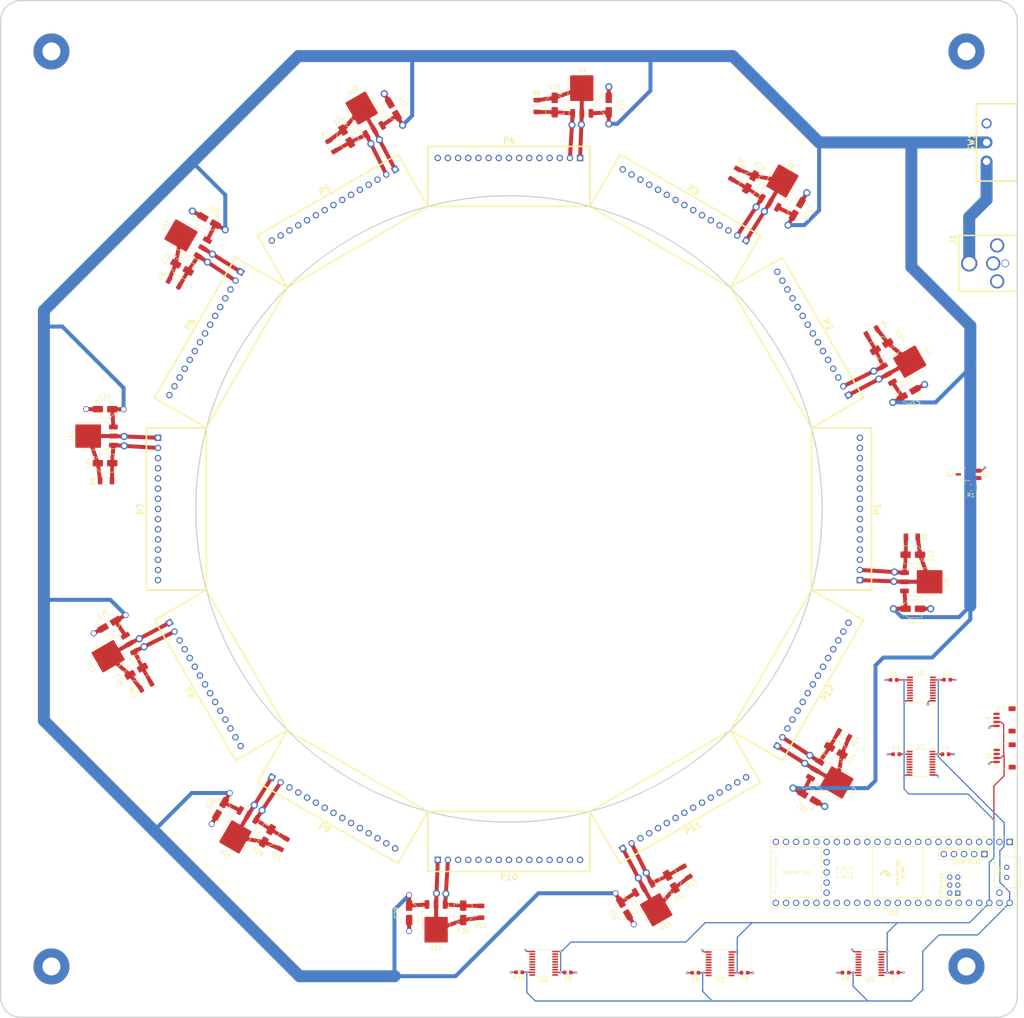
<source format=kicad_pcb>
(kicad_pcb (version 20221018) (generator pcbnew)
  (layers (0 "F.Cu" signal) (1 "In1.Cu" power) (2 "In2.Cu" power) (31 "B.Cu" signal) (34 "B.Paste" user) (35 "F.Paste" user) (36 "B.SilkS" user "B.Silkscreen") (37 "F.SilkS" user "F.Silkscreen") (38 "B.Mask" user) (39 "F.Mask" user) (44 "Edge.Cuts" user))
  (net 0 "")
  (net 1 "+3.3V")
  (net 2 "+5V")
  (net 3 "VCC")
  (net 4 "Net-(SW1-A)")
  (net 5 "/Teensy/SDA")
  (net 8 "/Teensy/SCL")
  (net 9 "/Teensy/A0")
  (net 11 "/Teensy/A1")
  (net 12 "/Panel Headers/POW.5V_HDR_1")
  (net 13 "/Level Shifters/PAN5V.SCK_1")
  (net 14 "/Level Shifters/PAN5V.SCK_0")
  (net 15 "/Level Shifters/PAN5V.MOSI_0")
  (net 16 "/Level Shifters/PAN5V.MISO_0")
  (net 17 "/Level Shifters/PAN5V.CS_00")
  (net 18 "/Level Shifters/PAN5V.CS_01")
  (net 19 "/Level Shifters/PAN5V.CS_02")
  (net 20 "/Level Shifters/PAN5V.CS_03")
  (net 21 "/Level Shifters/PAN5V.CS_04")
  (net 22 "/Level Shifters/PAN5V.EXT_INT")
  (net 23 "/Panel Headers/POW.5V_HDR_2")
  (net 24 "GND")
  (net 28 "/Level Shifters/PAN5V.CS_05")
  (net 29 "/Level Shifters/PAN5V.CS_06")
  (net 30 "/Level Shifters/PAN5V.CS_08")
  (net 31 "/Level Shifters/PAN5V.CS_09")
  (net 32 "/Panel Headers/POW.5V_HDR_3")
  (net 45 "Net-(Q2-G)")
  (net 46 "/Level Shifters/PAN5V.CS_10")
  (net 47 "/Level Shifters/PAN5V.CS_11")
  (net 48 "/Level Shifters/PAN5V.CS_12")
  (net 49 "/Level Shifters/PAN5V.CS_13")
  (net 50 "/Level Shifters/PAN5V.CS_14")
  (net 51 "/Panel Headers/POW.5V_HDR_4")
  (net 52 "/Level Shifters/PAN5V.CS_15")
  (net 53 "/Level Shifters/PAN5V.CS_16")
  (net 54 "/Level Shifters/PAN5V.CS_17")
  (net 55 "/Level Shifters/PAN5V.CS_18")
  (net 56 "/Level Shifters/PAN5V.CS_19")
  (net 57 "/Panel Headers/POW.5V_HDR_5")
  (net 58 "/Level Shifters/PAN5V.CS_20")
  (net 59 "/Level Shifters/PAN5V.CS_21")
  (net 60 "/Level Shifters/PAN5V.CS_22")
  (net 61 "/Level Shifters/PAN5V.CS_23")
  (net 62 "/Level Shifters/PAN5V.CS_24")
  (net 63 "/Panel Headers/POW.5V_HDR_6")
  (net 64 "/Level Shifters/PAN5V.CS_25")
  (net 65 "/Level Shifters/PAN5V.CS_26")
  (net 66 "/Level Shifters/PAN5V.CS_27")
  (net 67 "/Level Shifters/PAN5V.CS_28")
  (net 68 "/Level Shifters/PAN5V.CS_29")
  (net 69 "/Panel Headers/POW.5V_HDR_7")
  (net 70 "/Level Shifters/PAN5V.MOSI_1")
  (net 71 "/Level Shifters/PAN5V.MISO_1")
  (net 75 "/Panel Headers/POW.5V_HDR_8")
  (net 79 "/Panel Headers/POW.5V_HDR_9")
  (net 83 "/Panel Headers/POW.5V_HDR_10")
  (net 87 "/Panel Headers/POW.5V_HDR_11")
  (net 91 "/Panel Headers/POW.5V_HDR_12")
  (net 95 "/Level Shifters/PAN5V.RESET")
  (net 96 "/Level Shifters/PAN3V.RESET")
  (net 97 "/Level Shifters/PAN3V.SCK_0")
  (net 98 "/Level Shifters/PAN3V.MOSI_0")
  (net 99 "/Level Shifters/PAN3V.MISO_0")
  (net 101 "/Level Shifters/PAN3V.SCK_1")
  (net 102 "/Level Shifters/PAN3V.MOSI_1")
  (net 103 "/Level Shifters/PAN3V.MISO_1")
  (net 105 "/Level Shifters/PAN3V.CS_00")
  (net 106 "/Level Shifters/PAN3V.CS_01")
  (net 107 "/Level Shifters/PAN3V.CS_02")
  (net 108 "/Level Shifters/PAN3V.CS_03")
  (net 109 "/Level Shifters/PAN3V.CS_04")
  (net 110 "/Level Shifters/PAN3V.CS_05")
  (net 111 "/Level Shifters/PAN3V.CS_06")
  (net 112 "/Level Shifters/PAN3V.CS_07")
  (net 113 "/Level Shifters/PAN5V.CS_07")
  (net 114 "/Level Shifters/PAN3V.CS_08")
  (net 115 "/Level Shifters/PAN3V.CS_09")
  (net 116 "/Level Shifters/PAN3V.CS_10")
  (net 117 "/Level Shifters/PAN3V.CS_11")
  (net 118 "/Level Shifters/PAN3V.CS_12")
  (net 119 "/Level Shifters/PAN3V.CS_13")
  (net 120 "/Level Shifters/PAN3V.CS_14")
  (net 121 "/Level Shifters/PAN3V.CS_15")
  (net 122 "/Level Shifters/PAN3V.CS_16")
  (net 123 "/Level Shifters/PAN3V.CS_17")
  (net 124 "/Level Shifters/PAN3V.CS_18")
  (net 125 "/Level Shifters/PAN3V.CS_19")
  (net 126 "/Level Shifters/PAN3V.CS_20")
  (net 127 "/Level Shifters/PAN3V.CS_21")
  (net 128 "/Level Shifters/PAN3V.CS_22")
  (net 129 "/Level Shifters/PAN3V.CS_23")
  (net 130 "/Level Shifters/PAN3V.CS_24")
  (net 131 "/Level Shifters/PAN3V.CS_25")
  (net 132 "/Level Shifters/PAN3V.CS_26")
  (net 133 "/Level Shifters/PAN3V.CS_27")
  (net 134 "/Level Shifters/PAN3V.CS_28")
  (net 135 "/Level Shifters/PAN3V.CS_29")
  (net 137 "/Level Shifters/PAN3V.EXT_INT")
  (net 157 "/Panel Headers/RESET")
  (footprint "Capacitor_SMD:CP_Elec_4x5.4" (layer "F.Cu") (at 102.879547 105.757972 150)
    (fp_text reference "C21")
    (fp_text value "10uF")
  )
  (footprint "Capacitor_SMD:C_1206_3216Metric" (layer "F.Cu") (at 170.774 278.450028 90)
    (fp_text reference "R12")
    (fp_text value "300")
  )
  (footprint "Package_TO_SOT_SMD:TO-252-3_TabPin2" (layer "F.Cu") (at 159.597 281.659028 -90)
    (fp_text reference "U15")
    (fp_text value "AZ1084-5.0")
  )
  (footprint "Capacitor_SMD:C_1206_3216Metric" (layer "F.Cu") (at 121.390291 261.452481 60)
    (fp_text reference "R11")
    (fp_text value "300")
  )
  (footprint "Capacitor_SMD:C_1206_3216Metric" (layer "F.Cu") (at 87.121518 222.040319 30)
    (fp_text reference "R10")
    (fp_text value "300")
  )
  (footprint "Capacitor_SMD:C_0603_1608Metric" (layer "F.Cu") (at 274.545 239.08 180)
    (fp_text reference "C3")
    (fp_text value "0.1uF")
  )
  (footprint "MountingHole:MountingHole_4.5mm_Pad" (layer "F.Cu") (at 63.5 63.5)
    (fp_text reference "H1" hide)
    (fp_text value "MountingHole_Pad")
  )
  (footprint "arena_custom:HEADER_TOP" (layer "F.Cu") (at 177.799999 265.474028)
    (fp_text reference "P10")
    (fp_text value "CONN15" hide)
  )
  (footprint "Capacitor_SMD:C_0603_1608Metric" (layer "F.Cu") (at 224.355 293.684 180)
    (fp_text reference "C6")
    (fp_text value "0.1uF")
  )
  (footprint "arena_custom:HEADER_TOP" (layer "F.Cu") (at 253.727936 221.637014 60)
    (fp_text reference "P12")
    (fp_text value "CONN15" hide)
  )
  (footprint "arena_custom:HEADER_TOP" (layer "F.Cu") (at 90.125971 177.8 -90)
    (fp_text reference "P7")
    (fp_text value "CONN15" hide)
  )
  (footprint "Capacitor_SMD:CP_Elec_4x5.4" (layer "F.Cu") (at 76.895971 166.37)
    (fp_text reference "C24")
    (fp_text value "22uF")
  )
  (footprint "Capacitor_SMD:C_1206_3216Metric" (layer "F.Cu") (at 234.209708 94.147518 -120)
    (fp_text reference "R5")
    (fp_text value "300")
  )
  (footprint "Capacitor_SMD:CP_Elec_4x5.4" (layer "F.Cu") (at 148.937998 77.949547 120)
    (fp_text reference "C19")
    (fp_text value "10F")
  )
  (footprint "Capacitor_SMD:CP_Elec_4x5.4" (layer "F.Cu") (at 278.704028 202.73)
    (fp_text reference "C11")
    (fp_text value "10uF")
  )
  (footprint "arena_custom:slide_switch" (layer "F.Cu") (at 299.6692 86.233 90)
    (fp_text reference "SW1")
    (fp_text value "SW_SPDT" hide)
  )
  (footprint "Package_SO:TSSOP-20_4.4x6.5mm_P0.65mm" (layer "F.Cu") (at 230.5396 291.4176 180)
    (fp_text reference "U3")
    (fp_text value "TXB0108PW")
  )
  (footprint "Capacitor_SMD:CP_Elec_4x5.4" (layer "F.Cu") (at 105.757972 252.720452 -120)
    (fp_text reference "C27")
    (fp_text value "10uF")
  )
  (footprint "Capacitor_SMD:C_0603_1608Metric" (layer "F.Cu") (at 261.912 293.654 180)
    (fp_text reference "C8")
    (fp_text value "0.1uF")
  )
  (footprint "Package_SO:TSSOP-20_4.4x6.5mm_P0.65mm" (layer "F.Cu") (at 280.7409 241.3398)
    (fp_text reference "U2")
    (fp_text value "TXB0108PW")
  )
  (footprint "Capacitor_SMD:C_1206_3216Metric" (layer "F.Cu") (at 133.55968 87.121518 -60)
    (fp_text reference "R7")
    (fp_text value "300")
  )
  (footprint "arena_custom:HEADER_TOP" (layer "F.Cu") (at 133.962985 253.727936 -30)
    (fp_text reference "P9")
    (fp_text value "CONN15" hide)
  )
  (footprint "Package_TO_SOT_SMD:TO-252-3_TabPin2" (layer "F.Cu") (at 281.659028 196.003)
    (fp_text reference "U6")
    (fp_text value "AZ1084-5.0")
  )
  (footprint "arena_custom:HEADER_TOP" (layer "F.Cu") (at 221.637014 253.727936 30)
    (fp_text reference "P11")
    (fp_text value "CONN15" hide)
  )
  (footprint "Capacitor_SMD:CP_Elec_4x5.4" (layer "F.Cu") (at 270.900452 137.246655 -150)
    (fp_text reference "C14")
    (fp_text value "22uF")
  )
  (footprint "Capacitor_SMD:C_1206_3216Metric" (layer "F.Cu") (at 268.478481 133.55968 -150)
    (fp_text reference "R4")
    (fp_text value "300")
  )
  (footprint "Capacitor_SMD:C_0603_1608Metric" (layer "F.Cu") (at 192.504 293.604)
    (fp_text reference "C9")
    (fp_text value "0.1uF")
  )
  (footprint "Connector_JST:JST_SH_SM04B-SRSS-TB_1x04-1MP_P1.00mm_Horizontal" (layer "F.Cu") (at 301.625 230.505 90)
    (fp_text reference "J3")
    (fp_text value "Conn_01x04")
  )
  (footprint "Capacitor_SMD:C_0603_1608Metric" (layer "F.Cu") (at 287.274 220.472)
    (fp_text reference "C2")
    (fp_text value "0.1uF")
  )
  (footprint "Capacitor_SMD:C_0603_1608Metric" (layer "F.Cu") (at 236.69 293.674)
    (fp_text reference "C5")
    (fp_text value "0.1uF")
  )
  (footprint "Capacitor_SMD:CP_Elec_4x5.4" (layer "F.Cu") (at 96.129547 117.449315 -30)
    (fp_text reference "C22")
    (fp_text value "22uF")
  )
  (footprint "Capacitor_SMD:C_1206_3216Metric" (layer "F.Cu") (at 222.040319 268.478481 120)
    (fp_text reference "R13")
    (fp_text value "300")
  )
  (footprint "Capacitor_SMD:C_0603_1608Metric" (layer "F.Cu") (at 180.354 293.564 180)
    (fp_text reference "C10")
    (fp_text value "0.1uF")
  )
  (footprint "Capacitor_SMD:CP_Elec_4x5.4" (layer "F.Cu") (at 238.150684 96.129547 -120)
    (fp_text reference "C16")
    (fp_text value "22uF")
  )
  (footprint "Capacitor_SMD:CP_Elec_4x5.4" (layer "F.Cu") (at 84.699547 218.353344 30)
    (fp_text reference "C26")
    (fp_text value "22uF")
  )
  (footprint "Package_TO_SOT_SMD:TO-252-3_TabPin2" (layer "F.Cu") (at 213.965254 276.846057 -60)
    (fp_text reference "U16")
    (fp_text value "AZ1084-5.0")
  )
  (footprint "Package_TO_SOT_SMD:TO-252-3_TabPin2" (layer "F.Cu") (at 73.940971 159.597 180)
    (fp_text reference "U12")
    (fp_text value "AZ1084-5.0")
  )
  (footprint "Package_TO_SOT_SMD:TO-252-3_TabPin2" (layer "F.Cu") (at 245.493774 96.956942 60)
    (fp_text reference "U8")
    (fp_text value "AZ1084-5.0")
  )
  (footprint "MountingHole:MountingHole_4.5mm_Pad" (layer "F.Cu") (at 292.1 292.1)
    (fp_text reference "H3" hide)
    (fp_text value "MountingHole_Pad")
  )
  (footprint "Package_SO:TSSOP-20_4.4x6.5mm_P0.65mm" (layer "F.Cu") (at 280.8555 222.799)
    (fp_text reference "U1")
    (fp_text value "TXB0108PW")
  )
  (footprint "Package_TO_SOT_SMD:SOT-23-3" (layer "F.Cu") (at 291.2055 169.164 180)
    (fp_text reference "Q2")
    (fp_text value "MOSFET_NCHAN")
  )
  (footprint "MountingHole:MountingHole_4.5mm_Pad" (layer "F.Cu") (at 63.5 292.1)
    (fp_text reference "H4" hide)
    (fp_text value "MountingHole_Pad")
  )
  (footprint "Capacitor_SMD:CP_Elec_4x5.4" (layer "F.Cu") (at 152.87 278.704028 -90)
    (fp_text reference "C29")
    (fp_text value "10uF")
  )
  (footprint "Package_TO_SOT_SMD:TO-252-3_TabPin2" (layer "F.Cu") (at 78.753942 213.965254 -150)
    (fp_text reference "U13")
    (fp_text value "AZ1084-5.0")
  )
  (footprint "arena_custom:DCJACK_2PIN_HIGHCURRENT" (layer "F.Cu") (at 304.7746 116.459 -90)
    (fp_text reference "J1")
    (fp_text value "Barrel_Jack" hide)
  )
  (footprint "Package_TO_SOT_SMD:TO-252-3_TabPin2" (layer "F.Cu") (at 141.634745 78.753942 120)
    (fp_text reference "U10")
    (fp_text value "AZ1084-5.0")
  )
  (footprint "Capacitor_SMD:CP_Elec_4x5.4" (layer "F.Cu") (at 206.662001 277.650452 -60)
    (fp_text reference "C31")
    (fp_text value "10uF")
  )
  (footprint "arena_custom:HEADER_TOP" (layer "F.Cu") (at 133.962985 101.872063 -150)
    (fp_text reference "P5")
    (fp_text value "CONN15" hide)
  )
  (footprint "Package_SO:TSSOP-20_4.4x6.5mm_P0.65mm" (layer "F.Cu") (at 267.9826 291.3668 180)
    (fp_text reference "U4")
    (fp_text value "TXB0108PW")
  )
  (footprint "arena_custom:HEADER_TOP" (layer "F.Cu") (at 177.8 90.125971 180)
    (fp_text reference "P4")
    (fp_text value "CONN15" hide)
  )
  (footprint "Resistor_SMD:R_0805_2012Metric" (layer "F.Cu") (at 293.2195 172.466)
    (fp_text reference "R1")
    (fp_text value "200")
  )
  (footprint "Capacitor_SMD:CP_Elec_4x5.4" (layer "F.Cu") (at 218.353344 270.900452 120)
    (fp_text reference "C32")
    (fp_text value "22uF")
  )
  (footprint "Capacitor_SMD:C_1206_3216Metric" (layer "F.Cu") (at 261.452481 234.209708 150)
    (fp_text reference "R14")
    (fp_text value "300")
  )
  (footprint "Package_TO_SOT_SMD:TO-252-3_TabPin2" (layer "F.Cu") (at 96.956942 110.106225 150)
    (fp_text reference "U11")
    (fp_text value "AZ1084-5.0")
  )
  (footprint "teensy:Teensy41" (layer "F.Cu") (at 273.685 268.605 180)
    (fp_text reference "U18")
    (fp_text value "Teensy4.1")
  )
  (footprint "Capacitor_SMD:CP_Elec_4x5.4" (layer "F.Cu") (at 189.23 76.895971 -90)
    (fp_text reference "C18")
    (fp_text value "22uF")
  )
  (footprint "arena_custom:HEADER_TOP" (layer "F.Cu") (at 265.474028 177.8 90)
    (fp_text reference "P1")
    (fp_text value "CONN15" hide)
  )
  (footprint "arena_custom:HEADER_TOP" (layer "F.Cu") (at 101.872063 133.962985 -120)
    (fp_text reference "P6")
    (fp_text value "CONN15" hide)
  )
  (footprint "Capacitor_SMD:C_1206_3216Metric" (layer "F.Cu") (at 184.826 77.149971 -90)
    (fp_text reference "R6")
    (fp_text value "300")
  )
  (footprint "arena_custom:HEADER_TOP" (layer "F.Cu") (at 101.872063 221.637014 -60)
    (fp_text reference "P8")
    (fp_text value "CONN15" hide)
  )
  (footprint "Capacitor_SMD:C_1206_3216Metric" (layer "F.Cu") (at 77.149971 170.774)
    (fp_text reference "R9")
    (fp_text value "300")
  )
  (footprint "Capacitor_SMD:CP_Elec_4x5.4" (layer "F.Cu") (at 76.895971 152.87 180)
    (fp_text reference "C23")
    (fp_text value "10uF")
  )
  (footprint "Capacitor_SMD:CP_Elec_4x5.4" (layer "F.Cu") (at 117.449315 259.470452 60)
    (fp_text reference "C28")
    (fp_text value "22uF")
  )
  (footprint "Capacitor_SMD:CP_Elec_4x5.4" (layer "F.Cu") (at 77.949547 206.662001 -150)
    (fp_text reference "C25")
    (fp_text value "10uF")
  )
  (footprint "Capacitor_SMD:C_1206_3216Metric" (layer "F.Cu") (at 278.450028 184.826 180)
    (fp_text reference "R3")
    (fp_text value "300")
  )
  (footprint "MountingHole:MountingHole_4.5mm_Pad" (layer "F.Cu") (at 292.1 63.5)
    (fp_text reference "H2" hide)
    (fp_text value "MountingHole_Pad")
  )
  (footprint "Capacitor_SMD:C_0603_1608Metric" (layer "F.Cu") (at 286.885 239.08)
    (fp_text reference "C4")
    (fp_text value "0.1uF")
  )
  (footprint "Capacitor_SMD:CP_Elec_4x5.4" (layer "F.Cu") (at 137.246655 84.699547 -60)
    (fp_text reference "C20")
    (fp_text value "22uF")
  )
  (footprint "Capacitor_SMD:CP_Elec_4x5.4" (layer "F.Cu") (at 166.37 278.704028 90)
    (fp_text reference "C30")
    (fp_text value "22uF")
  )
  (footprint "Capacitor_SMD:C_0603_1608Metric" (layer "F.Cu") (at 274.292 293.624)
    (fp_text reference "C7")
    (fp_text value "0.1uF")
  )
  (footprint "Capacitor_SMD:C_0603_1608Metric" (layer "F.Cu") (at 273.9136 220.5228 180)
    (fp_text reference "C1")
    (fp_text value "0.1uF")
  )
  (footprint "Capacitor_SMD:CP_Elec_4x5.4" (layer "F.Cu") (at 259.470452 238.150684 150)
    (fp_text reference "C34")
    (fp_text value "22uF")
  )
  (footprint "Capacitor_SMD:CP_Elec_4x5.4" (layer "F.Cu") (at 249.842027 102.879547 60)
    (fp_text reference "C15")
    (fp_text value "10uF")
  )
  (footprint "Capacitor_SMD:CP_Elec_4x5.4" (layer "F.Cu") (at 277.650452 148.937998 30)
    (fp_text reference "C13")
    (fp_text value "10uF")
  )
  (footprint "Capacitor_SMD:CP_Elec_4x5.4" (layer "F.Cu") (at 278.704028 189.23 180)
    (fp_text reference "C12")
    (fp_text value "22uF")
  )
  (footprint "Package_TO_SOT_SMD:TO-252-3_TabPin2" (layer "F.Cu") (at 258.643057 245.493774 -30)
    (fp_text reference "U17")
    (fp_text value "AZ1084-5.0")
  )
  (footprint "arena_custom:HEADER_TOP" (layer "F.Cu") (at 253.727936 133.962985 120)
    (fp_text reference "P2")
    (fp_text value "CONN15" hide)
  )
  (footprint "Connector_JST:JST_SH_SM04B-SRSS-TB_1x04-1MP_P1.00mm_Horizontal" (layer "F.Cu") (at 301.655 239.516 90)
    (fp_text reference "J2")
    (fp_text value "Conn_01x04")
  )
  (footprint "Capacitor_SMD:C_1206_3216Metric" (layer "F.Cu") (at 94.147518 121.390291 -30)
    (fp_text reference "R8")
    (fp_text value "300")
  )
  (footprint "Package_TO_SOT_SMD:TO-252-3_TabPin2" (layer "F.Cu") (at 196.003 73.940971 90)
    (fp_text reference "U9")
    (fp_text value "AZ1084-5.0")
  )
  (footprint "arena_custom:HEADER_TOP" (layer "F.Cu") (at 221.637014 101.872063 150)
    (fp_text reference "P3")
    (fp_text value "CONN15" hide)
  )
  (footprint "Package_TO_SOT_SMD:TO-252-3_TabPin2" (layer "F.Cu") (at 276.846057 141.634745 30)
    (fp_text reference "U7")
    (fp_text value "AZ1084-5.0")
  )
  (footprint "Package_SO:TSSOP-20_4.4x6.5mm_P0.65mm" (layer "F.Cu") (at 186.5017 291.2958 180)
    (fp_text reference "U5")
    (fp_text value "TXB0108PW")
  )
  (footprint "Resistor_SMD:R_0805_2012Metric" (layer "F.Cu") (at 295.148 169.164 -90)
    (fp_text reference "R2")
    (fp_text value "20k")
  )
  (footprint "Package_TO_SOT_SMD:TO-252-3_TabPin2" (layer "F.Cu") (at 110.106225 258.643057 -120)
    (fp_text reference "U14")
    (fp_text value "AZ1084-5.0")
  )
  (footprint "Capacitor_SMD:CP_Elec_4x5.4" (layer "F.Cu") (at 252.720452 249.842027 -30)
    (fp_text reference "C33")
    (fp_text value "10uF")
  )
  (footprint "Capacitor_SMD:CP_Elec_4x5.4" (layer "F.Cu") (at 202.73 76.895971 90)
    (fp_text reference "C17")
    (fp_text value "10uF")
  )
  (gr_arc (start 55.88 304.8) (mid 52.287898 303.312102) (end 50.8 299.72) (stroke (width 0.3)) (layer "Edge.Cuts"))
  (gr_line (start 304.8 55.88) (end 304.8 299.72) (stroke (width 0.3)) (layer "Edge.Cuts"))
  (gr_line (start 299.72 304.8) (end 55.88 304.8) (stroke (width 0.3)) (layer "Edge.Cuts"))
  (gr_circle (center 177.8 177.8) (end 256.04 177.8) (stroke (width 0.3)) (fill none) (layer "Edge.Cuts"))
  (gr_line (start 50.8 299.72) (end 50.8 55.88) (stroke (width 0.3)) (layer "Edge.Cuts"))
  (gr_arc (start 50.8 55.88) (mid 52.287898 52.287898) (end 55.88 50.8) (stroke (width 0.3)) (layer "Edge.Cuts"))
  (gr_arc (start 304.8 299.72) (mid 303.312102 303.312102) (end 299.72 304.8) (stroke (width 0.3)) (layer "Edge.Cuts"))
  (gr_line (start 55.88 50.8) (end 299.72 50.8) (stroke (width 0.3)) (layer "Edge.Cuts"))
  (gr_arc (start 299.72 50.8) (mid 303.312102 52.287898) (end 304.8 55.88) (stroke (width 0.3)) (layer "Edge.Cuts"))
  (segment (start 300.74 240) (end 301.4 239.34) (width 0.3) (layer "F.Cu") (net 1))
  (segment (start 272.2842 288.4418) (end 270.8451 288.4418) (width 0.3) (layer "F.Cu") (net 1))
  (segment (start 274.6886 220.5228) (end 276.51 220.5228) (width 0.3) (layer "F.Cu") (net 1))
  (segment (start 300.74 240.01) (end 300.74 240) (width 0.3) (layer "F.Cu") (net 1))
  (segment (start 300.436 240.01) (end 300.74 240.01) (width 0.3) (layer "F.Cu") (net 1))
  (segment (start 276.555 226.105) (end 276.936 225.724) (width 0.3) (layer "F.Cu") (net 1))
  (segment (start 233.4021 293.6926) (end 235.8964 293.6926) (width 0.3) (layer "F.Cu") (net 1))
  (segment (start 235.8964 293.6926) (end 235.915 293.674) (width 0.3) (layer "F.Cu") (net 1))
  (segment (start 273.4992 293.6418) (end 273.517 293.624) (width 0.3) (layer "F.Cu") (net 1))
  (segment (start 300.725 231.005) (end 299.625 231.005) (width 0.3) (layer "F.Cu") (net 1))
  (segment (start 276.936 225.724) (end 277.993 225.724) (width 0.3) (layer "F.Cu") (net 1))
  (segment (start 301.4 239.34) (end 301.4 231.68) (width 0.3) (layer "F.Cu") (net 1))
  (segment (start 300.43 240.016) (end 300.436 240.01) (width 0.3) (layer "F.Cu") (net 1))
  (segment (start 298.965 246.995) (end 301.505 244.455) (width 0.3) (layer "F.Cu") (net 1))
  (segment (start 298.965 255.46) (end 298.965 246.995) (width 0.3) (layer "F.Cu") (net 1))
  (segment (start 276.53 239.08) (end 277.8632 239.08) (width 0.3) (layer "F.Cu") (net 1))
  (segment (start 301.505 244.455) (end 301.505 239.445) (width 0.3) (layer "F.Cu") (net 1))
  (segment (start 190.704 288.384) (end 190.6908 288.3708) (width 0.3) (layer "F.Cu") (net 1))
  (segment (start 276.52 244.71) (end 276.9652 244.2648) (width 0.3) (layer "F.Cu") (net 1))
  (segment (start 301.4 231.68) (end 300.725 231.005) (width 0.3) (layer "F.Cu") (net 1))
  (segment (start 301.505 239.445) (end 301.4 239.34) (width 0.3) (layer "F.Cu") (net 1))
  (segment (start 275.32 239.08) (end 276.53 239.08) (width 0.3) (layer "F.Cu") (net 1))
  (segment (start 191.6958 293.5708) (end 191.729 293.604) (width 0.3) (layer "F.Cu") (net 1))
  (segment (start 276.9652 244.2648) (end 277.8784 244.2648) (width 0.3) (layer "F.Cu") (net 1))
  (segment (start 190.6908 288.3708) (end 189.3642 288.3708) (width 0.3) (layer "F.Cu") (net 1))
  (segment (start 270.8451 293.6418) (end 273.4992 293.6418) (width 0.3) (layer "F.Cu") (net 1))
  (segment (start 277.9918 220.5228) (end 277.993 220.524) (width 0.3) (layer "F.Cu") (net 1))
  (segment (start 299.655 240.016) (end 300.43 240.016) (width 0.3) (layer "F.Cu") (net 1))
  (segment (start 234.84 288.464) (end 234.8114 288.4926) (width 0.3) (layer "F.Cu") (net 1))
  (segment (start 272.302 288.424) (end 272.2842 288.4418) (width 0.3) (layer "F.Cu") (net 1))
  (segment (start 234.8114 288.4926) (end 233.4021 288.4926) (width 0.3) (layer "F.Cu") (net 1))
  (segment (start 277.8632 239.08) (end 277.8784 239.0648) (width 0.3) (layer "F.Cu") (net 1))
  (segment (start 276.51 220.5228) (end 277.9918 220.5228) (width 0.3) (layer "F.Cu") (net 1))
  (segment (start 189.3642 293.5708) (end 191.6958 293.5708) (width 0.3) (layer "F.Cu") (net 1))
  (via (at 276.51 220.5228) (size 0.6) (drill 0.3) (layers "F.Cu" "B.Cu") (net 1))
  (via (at 298.965 255.46) (size 0.6) (drill 0.3) (layers "F.Cu" "B.Cu") (net 1))
  (via (at 272.312 293.6418) (size 0.6) (drill 0.3) (layers "F.Cu" "B.Cu") (net 1))
  (via (at 234.84 288.464) (size 0.6) (drill 0.3) (layers "F.Cu" "B.Cu") (net 1))
  (via (at 272.302 288.424) (size 0.6) (drill 0.3) (layers "F.Cu" "B.Cu") (net 1))
  (via (at 190.704 288.384) (size 0.6) (drill 0.3) (layers "F.Cu" "B.Cu") (net 1))
  (via (at 234.83 293.714) (size 0.6) (drill 0.3) (layers "F.Cu" "B.Cu") (net 1))
  (via (at 190.704 293.5708) (size 0.6) (drill 0.3) (layers "F.Cu" "B.Cu") (net 1))
  (via (at 276.555 226.105) (size 0.6) (drill 0.3) (layers "F.Cu" "B.Cu") (net 1))
  (via (at 276.53 239.08) (size 0.6) (drill 0.3) (layers "F.Cu" "B.Cu") (net 1))
  (via (at 276.52 244.71) (size 0.6) (drill 0.3) (layers "F.Cu" "B.Cu") (net 1))
  (segment (start 272.302 283.704) (end 274.828 281.178) (width 0.3) (layer "B.Cu") (net 1))
  (segment (start 234.84 293.704) (end 234.83 293.714) (width 0.3) (layer "B.Cu") (net 1))
  (segment (start 276.555 226.105) (end 276.51 226.06) (width 0.3) (layer "B.Cu") (net 1))
  (segment (start 298.93 255.46) (end 292.49 249.02) (width 0.3) (layer "B.Cu") (net 1))
  (segment (start 272.302 288.424) (end 272.302 293.6318) (width 0.3) (layer "B.Cu") (net 1))
  (segment (start 277.73 249.02) (end 276.52 247.81) (width 0.3) (layer "B.Cu") (net 1))
  (segment (start 234.84 288.464) (end 234.84 293.704) (width 0.3) (layer "B.Cu") (net 1))
  (segment (start 226.822 281.178) (end 221.996 286.004) (width 0.3) (layer "B.Cu") (net 1))
  (segment (start 297.815 276.225) (end 292.862 281.178) (width 0.3) (layer "B.Cu") (net 1))
  (segment (start 190.704 288.384) (end 190.704 288.274) (width 0.3) (layer "B.Cu") (net 1))
  (segment (start 274.828 281.178) (end 238.506 281.178) (width 0.3) (layer "B.Cu") (net 1))
  (segment (start 297.815 266.105) (end 297.815 276.225) (width 0.3) (layer "B.Cu") (net 1))
  (segment (start 272.302 288.424) (end 272.302 283.704) (width 0.3) (layer "B.Cu") (net 1))
  (segment (start 276.52 244.71) (end 276.52 239.09) (width 0.3) (layer "B.Cu") (net 1))
  (segment (start 234.84 288.464) (end 234.84 284.844) (width 0.3) (layer "B.Cu") (net 1))
  (segment (start 190.914 288.384) (end 190.704 288.384) (width 0.3) (layer "B.Cu") (net 1))
  (segment (start 298.965 264.955) (end 297.815 266.105) (width 0.3) (layer "B.Cu") (net 1))
  (segment (start 193.294 286.004) (end 190.914 288.384) (width 0.3) (layer "B.Cu") (net 1))
  (segment (start 234.84 284.844) (end 238.506 281.178) (width 0.3) (layer "B.Cu") (net 1))
  (segment (start 190.704 288.384) (end 190.704 293.5708) (width 0.3) (layer "B.Cu") (net 1))
  (segment (start 292.862 281.178) (end 274.828 281.178) (width 0.3) (layer "B.Cu") (net 1))
  (segment (start 221.996 286.004) (end 193.294 286.004) (width 0.3) (layer "B.Cu") (net 1))
  (segment (start 292.49 249.02) (end 277.73 249.02) (width 0.3) (layer "B.Cu") (net 1))
  (segment (start 272.302 293.6318) (end 272.312 293.6418) (width 0.3) (layer "B.Cu") (net 1))
  (segment (start 238.506 281.178) (end 226.822 281.178) (width 0.3) (layer "B.Cu") (net 1))
  (segment (start 276.555 226.105) (end 276.53 226.13) (width 0.3) (layer "B.Cu") (net 1))
  (segment (start 276.51 226.06) (end 276.51 220.5228) (width 0.3) (layer "B.Cu") (net 1))
  (segment (start 276.52 239.09) (end 276.53 239.08) (width 0.3) (layer "B.Cu") (net 1))
  (segment (start 298.965 255.46) (end 298.965 264.955) (width 0.3) (layer "B.Cu") (net 1))
  (segment (start 298.965 255.46) (end 298.93 255.46) (width 0.3) (layer "B.Cu") (net 1))
  (segment (start 276.52 247.81) (end 276.52 244.71) (width 0.3) (layer "B.Cu") (net 1))
  (segment (start 276.53 226.13) (end 276.53 239.08) (width 0.3) (layer "B.Cu") (net 1))
  (segment (start 183.6324 293.564) (end 183.6392 293.5708) (width 0.3) (layer "F.Cu") (net 2))
  (segment (start 285.06 239.0648) (end 286.0948 239.0648) (width 0.3) (layer "F.Cu") (net 2))
  (segment (start 265.1079 293.654) (end 265.1201 293.6418) (width 0.3) (layer "F.Cu") (net 2))
  (segment (start 262.687 293.654) (end 265.1079 293.654) (width 0.3) (layer "F.Cu") (net 2))
  (segment (start 227.6771 293.6926) (end 227.6685 293.684) (width 0.3) (layer "F.Cu") (net 2))
  (segment (start 225.13 293.684) (end 226.2 293.684) (width 0.3) (layer "F.Cu") (net 2))
  (segment (start 286.447 220.524) (end 286.499 220.472) (width 0.3) (layer "F.Cu") (net 2))
  (segment (start 286.0948 239.0648) (end 286.11 239.08) (width 0.3) (layer "F.Cu") (net 2))
  (segment (start 283.6034 239.0648) (end 285.06 239.0648) (width 0.3) (layer "F.Cu") (net 2))
  (segment (start 285.14 220.524) (end 286.447 220.524) (width 0.3) (layer "F.Cu") (net 2))
  (segment (start 227.6685 293.684) (end 226.2 293.684) (width 0.3) (layer "F.Cu") (net 2))
  (segment (start 283.718 220.524) (end 285.14 220.524) (width 0.3) (layer "F.Cu") (net 2))
  (segment (start 183.636 293.574) (end 183.6392 293.5708) (width 0.3) (layer "F.Cu") (net 2))
  (segment (start 265.1123 293.634) (end 265.1201 293.6418) (width 0.3) (layer "F.Cu") (net 2))
  (segment (start 181.129 293.564) (end 183.6324 293.564) (width 0.3) (layer "F.Cu") (net 2))
  (segment (start 227.6657 293.704) (end 227.6771 293.6926) (width 0.3) (layer "F.Cu") (net 2))
  (via (at 182.274 293.564) (size 0.6) (drill 0.3) (layers "F.Cu" "B.Cu") (net 2))
  (via (at 285.06 239.0648) (size 0.6) (drill 0.3) (layers "F.Cu" "B.Cu") (net 2))
  (via (at 285.14 220.524) (size 0.6) (drill 0.3) (layers "F.Cu" "B.Cu") (net 2))
  (via (at 263.782 293.654) (size 0.6) (drill 0.3) (layers "F.Cu" "B.Cu") (net 2))
  (via (at 226.2 293.684) (size 0.6) (drill 0.3) (layers "F.Cu" "B.Cu") (net 2))
  (segment (start 281.178 297.942) (end 278.384 300.736) (width 0.3) (layer "B.Cu") (net 2))
  (segment (start 294.894 284.226) (end 285.242 284.226) (width 0.3) (layer "B.Cu") (net 2))
  (segment (start 263.782 297.056) (end 267.462 300.736) (width 0.3) (layer "B.Cu") (net 2))
  (segment (start 285.06 239.72) (end 285.06 239.0648) (width 0.3) (layer "B.Cu") (net 2))
  (segment (start 226.2 298.336) (end 228.6 300.736) (width 0.3) (layer "B.Cu") (net 2))
  (segment (start 301.44 261.58) (end 301.52 261.5) (width 0.3) (layer "B.Cu") (net 2))
  (segment (start 281.178 288.29) (end 281.178 297.942) (width 0.3) (layer "B.Cu") (net 2))
  (segment (start 285.242 284.226) (end 281.178 288.29) (width 0.3) (layer "B.Cu") (net 2))
  (segment (start 184.404 300.736) (end 182.274 298.606) (width 0.3) (layer "B.Cu") (net 2))
  (segment (start 301.52 256.18) (end 285.06 239.72) (width 0.3) (layer "B.Cu") (net 2))
  (segment (start 263.782 293.654) (end 263.782 297.056) (width 0.3) (layer "B.Cu") (net 2))
  (segment (start 302.895 273.515) (end 300.45 271.07) (width 0.3) (layer "B.Cu") (net 2))
  (segment (start 226.2 293.684) (end 226.2 298.336) (width 0.3) (layer "B.Cu") (net 2))
  (segment (start 182.274 298.606) (end 182.274 293.564) (width 0.3) (layer "B.Cu") (net 2))
  (segment (start 285.07 239.0548) (end 285.07 220.594) (width 0.3) (layer "B.Cu") (net 2))
  (segment (start 285.06 239.0648) (end 285.07 239.0548) (width 0.3) (layer "B.Cu") (net 2))
  (segment (start 285.07 220.594) (end 285.14 220.524) (width 0.3) (layer "B.Cu") (net 2))
  (segment (start 267.462 300.736) (end 228.6 300.736) (width 0.3) (layer "B.Cu") (net 2))
  (segment (start 278.384 300.736) (end 267.462 300.736) (width 0.3) (layer "B.Cu") (net 2))
  (segment (start 301.44 262.22) (end 301.44 261.58) (width 0.3) (layer "B.Cu") (net 2))
  (segment (start 300.45 263.21) (end 301.44 262.22) (width 0.3) (layer "B.Cu") (net 2))
  (segment (start 300.45 271.07) (end 300.45 263.21) (width 0.3) (layer "B.Cu") (net 2))
  (segment (start 302.895 276.225) (end 294.894 284.226) (width 0.3) (layer "B.Cu") (net 2))
  (segment (start 302.895 276.225) (end 302.895 273.515) (width 0.3) (layer "B.Cu") (net 2))
  (segment (start 228.6 300.736) (end 184.404 300.736) (width 0.3) (layer "B.Cu") (net 2))
  (segment (start 301.52 261.5) (end 301.52 256.18) (width 0.3) (layer "B.Cu") (net 2))
  (segment (start 106.657972 251.161606) (end 108.0516 248.7676) (width 1) (layer "F.Cu") (net 3))
  (segment (start 244.948312 102.46171) (end 248.942027 104.438393) (width 1) (layer "F.Cu") (net 3))
  (segment (start 152.87 276.904028) (end 152.8572 274.2692) (width 1) (layer "F.Cu") (net 3))
  (segment (start 152.87 276.904028) (end 157.317 276.619028) (width 1) (layer "F.Cu") (net 3))
  (segment (start 78.695971 152.87) (end 78.980971 157.317) (width 1) (layer "F.Cu") (net 3))
  (segment (start 78.695971 152.87) (end 81.534 152.908) (width 1) (layer "F.Cu") (net 3))
  (segment (start 205.762001 276.091606) (end 204.4192 273.812) (width 1) (layer "F.Cu") (net 3))
  (segment (start 253.138289 244.948312) (end 251.161606 248.942027) (width 1) (layer "F.Cu") (net 3))
  (segment (start 205.762001 276.091606) (end 209.470716 273.621289) (width 1) (layer "F.Cu") (net 3))
  (segment (start 248.942027 104.438393) (end 247.5484 106.8832) (width 1) (layer "F.Cu") (net 3))
  (segment (start 102.46171 110.651687) (end 104.438393 106.657972) (width 1) (layer "F.Cu") (net 3))
  (segment (start 276.904028 202.73) (end 273.8628 202.7428) (width 1) (layer "F.Cu") (net 3))
  (segment (start 149.837998 79.508393) (end 151.2316 81.9404) (width 1) (layer "F.Cu") (net 3))
  (segment (start 273.621289 146.129283) (end 276.091606 149.837998) (width 1) (layer "F.Cu") (net 3))
  (segment (start 276.091606 149.837998) (end 273.7104 151.1808) (width 1) (layer "F.Cu") (net 3))
  (segment (start 104.438393 106.657972) (end 106.934 108.0516) (width 1) (layer "F.Cu") (net 3))
  (segment (start 276.619028 198.283) (end 276.904028 202.73) (width 1) (layer "F.Cu") (net 3))
  (segment (start 146.129283 81.97871) (end 149.837998 79.508393) (width 1) (layer "F.Cu") (net 3))
  (segment (start 79.508393 205.762001) (end 81.97871 209.470716) (width 1) (layer "F.Cu") (net 3))
  (segment (start 198.283 78.980971) (end 202.73 78.695971) (width 1) (layer "F.Cu") (net 3))
  (segment (start 106.657972 251.161606) (end 110.651687 253.138289) (width 1) (layer "F.Cu") (net 3))
  (segment (start 251.161606 248.942027) (end 248.7676 247.5484) (width 1) (layer "F.Cu") (net 3))
  (segment (start 79.508393 205.762001) (end 82.042 204.3176) (width 1) (layer "F.Cu") (net 3))
  (segment (start 202.73 78.695971) (end 202.7428 81.5848) (width 1) (layer "F.Cu") (net 3))
  (via (at 273.7104 151.1808) (size 1.8) (drill 1.1) (layers "F.Cu" "B.Cu") (net 3))
  (via (at 204.4192 273.812) (size 1.5) (drill 1.1) (layers "F.Cu" "B.Cu") (net 3))
  (via (at 248.7676 247.5484) (size 1.8) (drill 1.1) (layers "F.Cu" "B.Cu") (net 3))
  (via (at 108.0516 248.7676) (size 1.5) (drill 1.1) (layers "F.Cu" "B.Cu") (net 3))
  (via (at 202.7428 81.5848) (size 1.8) (drill 1.1) (layers "F.Cu" "B.Cu") (net 3))
  (via (at 81.534 152.908) (size 1.5) (drill 1.1) (layers "F.Cu" "B.Cu") (net 3))
  (via (at 152.8572 274.2692) (size 1.5) (drill 1.1) (layers "F.Cu" "B.Cu") (net 3))
  (via (at 273.8628 202.7428) (size 1.8) (drill 1.1) (layers "F.Cu" "B.Cu") (net 3))
  (via (at 151.2316 81.9404) (size 1.8) (drill 1.1) (layers "F.Cu" "B.Cu") (net 3))
  (via (at 247.5484 106.8832) (size 1.8) (drill 1.1) (layers "F.Cu" "B.Cu") (net 3))
  (via (at 106.934 108.0516) (size 1.8) (drill 1.1) (layers "F.Cu" "B.Cu") (net 3))
  (via (at 82.042 204.3176) (size 1.5) (drill 1.1) (layers "F.Cu" "B.Cu") (net 3))
  (segment (start 255.2954 86.233) (end 233.7308 64.6684) (width 3) (layer "B.Cu") (net 3))
  (segment (start 153.6192 79.5528) (end 153.6192 64.6684) (width 1) (layer "B.Cu") (net 3))
  (segment (start 278.3332 117.348) (end 293.0652 132.08) (width 3) (layer "B.Cu") (net 3))
  (segment (start 149.1996 294.5384) (end 164.4396 294.5384) (width 1) (layer "B.Cu") (net 3))
  (segment (start 293.0652 205.3948) (end 283.53 214.93) (width 1) (layer "B.Cu") (net 3))
  (segment (start 284.3784 151.1808) (end 293.0652 142.494) (width 1) (layer "B.Cu") (net 3))
  (segment (start 293.0652 132.08) (end 293.0652 142.494) (width 3) (layer "B.Cu") (net 3))
  (segment (start 293.0652 202.0316) (end 293.0652 205.3948) (width 1) (layer "B.Cu") (net 3))
  (segment (start 106.934 99.3648) (end 98.7044 91.1352) (width 1) (layer "B.Cu") (net 3))
  (segment (start 151.2316 81.9404) (end 153.6192 79.5528) (width 1) (layer "B.Cu") (net 3))
  (segment (start 290.2712 204.8256) (end 275.9456 204.8256) (width 1) (layer "B.Cu") (net 3))
  (segment (start 106.934 108.0516) (end 106.934 99.3648) (width 1) (layer "B.Cu") (net 3))
  (segment (start 267.4816 247.5484) (end 248.7676 247.5484) (width 1) (layer "B.Cu") (net 3))
  (segment (start 269.38 216.9) (end 269.38 245.65) (width 1) (layer "B.Cu") (net 3))
  (segment (start 293.0652 202.0316) (end 290.2712 204.8256) (width 1) (layer "B.Cu") (net 3))
  (segment (start 110.5916 279.654) (end 125.476 294.5384) (width 3) (layer "B.Cu") (net 3))
  (segment (start 98.7044 91.1352) (end 61.6204 128.2192) (width 3) (layer "B.Cu") (net 3))
  (segment (start 81.534 152.908) (end 81.534 147.574) (width 1) (layer "B.Cu") (net 3))
  (segment (start 152.8572 274.2692) (end 149.1996 277.9268) (width 1) (layer "B.Cu") (net 3))
  (segment (start 204.8764 81.5848) (end 213.1568 73.3044) (width 1) (layer "B.Cu") (net 3))
  (segment (start 255.2954 103.2002) (end 255.2954 86.233) (width 1) (layer "B.Cu") (net 3))
  (segment (start 82.042 204.3176) (end 78.232 200.5076) (width 1) (layer "B.Cu") (net 3))
  (segment (start 108.0516 248.7676) (end 98.552 248.7676) (width 1) (layer "B.Cu") (net 3))
  (segment (start 233.7308 64.6684) (end 213.1568 64.6684) (width 3) (layer "B.Cu") (net 3))
  (segment (start 247.5484 106.8832) (end 251.6124 106.8832) (width 1) (layer "B.Cu") (net 3))
  (segment (start 164.4396 294.5384) (end 185.166 273.812) (width 1) (layer "B.Cu") (net 3))
  (segment (start 297.1292 86.233) (end 278.3332 86.233) (width 3) (layer "B.Cu") (net 3))
  (segment (start 61.6204 128.2192) (end 61.6204 132.2324) (width 3) (layer "B.Cu") (net 3))
  (segment (start 275.9456 204.8256) (end 273.8628 202.7428) (width 1) (layer "B.Cu") (net 3))
  (segment (start 61.6204 132.2324) (end 61.6204 201.0156) (width 3) (layer "B.Cu") (net 3))
  (segment (start 269.38 245.65) (end 267.4816 247.5484) (width 1) (layer "B.Cu") (net 3))
  (segment (start 61.6204 230.6828) (end 89.1286 258.191) (width 3) (layer "B.Cu") (net 3))
  (segment (start 61.6204 201.0156) (end 61.6204 230.6828) (width 3) (layer "B.Cu") (net 3))
  (segment (start 66.1924 132.2324) (end 61.6204 132.2324) (width 1) (layer "B.Cu") (net 3))
  (segment (start 251.6124 106.8832) (end 255.2954 103.2002) (width 1) (layer "B.Cu") (net 3))
  (segment (start 185.166 273.812) (end 204.4192 273.812) (width 1) (layer "B.Cu") (net 3))
  (segment (start 213.1568 64.6684) (end 153.6192 64.6684) (width 3) (layer "B.Cu") (net 3))
  (segment (start 125.476 294.5384) (end 149.1996 294.5384) (width 3) (layer "B.Cu") (net 3))
  (segment (start 271.35 214.93) (end 269.38 216.9) (width 1) (layer "B.Cu") (net 3))
  (segment (start 213.1568 73.3044) (end 213.1568 64.6684) (width 1) (layer "B.Cu") (net 3))
  (segment (start 278.3332 86.233) (end 278.3332 117.348) (width 3) (layer "B.Cu") (net 3))
  (segment (start 149.1996 294.5384) (end 149.2504 294.4876) (width 3) (layer "B.Cu") (net 3))
  (segment (start 278.3332 86.233) (end 255.2954 86.233) (width 3) (layer "B.Cu") (net 3))
  (segment (start 89.1286 258.191) (end 110.5916 279.654) (width 3) (layer "B.Cu") (net 3))
  (segment (start 202.7428 81.5848) (end 204.8764 81.5848) (width 1) (layer "B.Cu") (net 3))
  (segment (start 273.7104 151.1808) (end 284.3784 151.1808) (width 1) (layer "B.Cu") (net 3))
  (segment (start 149.1996 277.9268) (end 149.1996 294.5384) (width 1) (layer "B.Cu") (net 3))
  (segment (start 62.1284 200.5076) (end 61.6204 201.0156) (width 1) (layer "B.Cu") (net 3))
  (segment (start 78.232 200.5076) (end 62.1284 200.5076) (width 1) (layer "B.Cu") (net 3))
  (segment (start 81.534 147.574) (end 66.1924 132.2324) (width 1) (layer "B.Cu") (net 3))
  (segment (start 153.6192 64.6684) (end 125.1712 64.6684) (width 3) (layer "B.Cu") (net 3))
  (segment (start 125.1712 64.6684) (end 98.7044 91.1352) (width 3) (layer "B.Cu") (net 3))
  (segment (start 293.0652 142.494) (end 293.0652 202.0316) (width 3) (layer "B.Cu") (net 3))
  (segment (start 283.53 214.93) (end 271.35 214.93) (width 1) (layer "B.Cu") (net 3))
  (segment (start 98.552 248.7676) (end 89.1286 258.191) (width 1) (layer "B.Cu") (net 3))
  (segment (start 292.7858 116.459) (end 292.7858 104.8766) (width 3) (layer "B.Cu") (net 4))
  (segment (start 297.1292 100.5332) (end 297.1292 90.9828) (width 3) (layer "B.Cu") (net 4))
  (segment (start 292.7858 104.8766) (end 297.1292 100.5332) (width 3) (layer "B.Cu") (net 4))
  (segment (start 273.9644 195.902246) (end 265.474028 195.58) (width 1) (layer "F.Cu") (net 12))
  (segment (start 279.925028 184.826) (end 280.504028 189.23) (width 1) (layer "F.Cu") (net 12))
  (segment (start 276.619028 196.003) (end 273.9644 195.902246) (width 1) (layer "F.Cu") (net 12))
  (segment (start 280.504028 189.23) (end 282.919028 196.003) (width 1) (layer "F.Cu") (net 12))
  (segment (start 276.619028 196.003) (end 282.919028 196.003) (width 1) (layer "F.Cu") (net 12))
  (via (at 273.9644 195.902246) (size 1.8) (drill 1.1) (layers "F.Cu" "B.Cu") (net 12))
  (segment (start 272.481289 144.154745) (end 270.216545 145.350145) (width 1) (layer "F.Cu") (net 23))
  (segment (start 270.216545 145.350145) (end 262.617936 149.360917) (width 1) (layer "F.Cu") (net 23))
  (segment (start 269.755868 132.82218) (end 272.459298 136.346655) (width 1) (layer "F.Cu") (net 23))
  (segment (start 272.459298 136.346655) (end 277.937249 141.004745) (width 1) (layer "F.Cu") (net 23))
  (segment (start 272.481289 144.154745) (end 277.937249 141.004745) (width 1) (layer "F.Cu") (net 23))
  (via (at 270.216545 145.350145) (size 1.8) (drill 1.1) (layers "F.Cu" "B.Cu") (net 23))
  (segment (start 161.877 276.619028) (end 166.37 276.904028) (width 1) (layer "F.Cu") (net 24))
  (segment (start 284.6448 244.2648) (end 283.6034 244.2648) (width 0.3) (layer "F.Cu") (net 24))
  (segment (start 275.067 293.624) (end 276.352 293.624) (width 0.3) (layer "F.Cu") (net 24))
  (segment (start 213.419792 271.341289) (end 212.112174 268.717826) (width 1) (layer "F.Cu") (net 24))
  (segment (start 280.504028 202.73) (end 283.1592 202.7428) (width 1) (layer "F.Cu") (net 24))
  (segment (start 273.1386 220.5228) (end 271.8872 220.5228) (width 0.3) (layer "F.Cu") (net 24))
  (segment (start 273.77 239.08) (end 272.5 239.08) (width 0.3) (layer "F.Cu") (net 24))
  (segment (start 223.58 293.684) (end 222.37 293.684) (width 0.3) (layer "F.Cu") (net 24))
  (segment (start 179.579 293.564) (end 178.354 293.564) (width 0.3) (layer "F.Cu") (net 24))
  (segment (start 78.980971 161.877) (end 81.69 162.043018) (width 1) (layer "F.Cu") (net 24))
  (segment (start 297.79 241.47) (end 298.244 241.016) (width 0.3) (layer "F.Cu") (net 24))
  (segment (start 86.394998 212.354998) (end 86.512154 212.354998) (width 1) (layer "F.Cu") (net 24))
  (segment (start 81.69 162.043018) (end 90.125971 162.56) (width 1) (layer "F.Cu") (net 24))
  (segment (start 114.600763 255.418289) (end 116.049722 253.229722) (width 1) (layer "F.Cu") (net 24))
  (segment (start 138.146655 86.258393) (end 142.180207 84.25871) (width 1) (layer "F.Cu") (net 24))
  (segment (start 118.349315 257.911606) (end 122.127791 260.175094) (width 1) (layer "F.Cu") (net 24))
  (segment (start 292.343 168.214) (end 295.1105 168.214) (width 0.3) (layer "F.Cu") (net 24))
  (segment (start 202.73 75.095971) (end 202.7428 72.3392) (width 1) (layer "F.Cu") (net 24))
  (segment (start 212.112174 268.717826) (end 208.438787 261.347936) (width 1) (layer "F.Cu") (net 24))
  (segment (start 161.877 276.619028) (end 162.041792 273.93) (width 1) (layer "F.Cu") (net 24))
  (segment (start 276.619028 193.723) (end 274.12 193.569852) (width 1) (layer "F.Cu") (net 24))
  (segment (start 78.695971 166.37) (end 78.624971 170.774) (width 1) (layer "F.Cu") (net 24))
  (segment (start 271.341289 142.180207) (end 268.938055 143.378055) (width 1) (layer "F.Cu") (net 24))
  (segment (start 76.390701 207.562001) (end 74.0664 208.8896) (width 1) (layer "F.Cu") (net 24))
  (segment (start 273.22 193.514697) (end 265.474028 193.04) (width 1) (layer "F.Cu") (net 24))
  (segment (start 257.911606 237.250684) (end 260.175094 233.472208) (width 1) (layer "F.Cu") (net 24))
  (segment (start 261.137 293.654) (end 259.872 293.654) (width 0.3) (layer "F.Cu") (net 24))
  (segment (start 116.141339 253.091339) (end 120.764758 246.107936) (width 1) (layer "F.Cu") (net 24))
  (segment (start 282.49 226.67) (end 282.49 226.07) (width 0.3) (layer "F.Cu") (net 24))
  (segment (start 193.550241 81.8) (end 193.550241 81.86571) (width 1) (layer "F.Cu") (net 24))
  (segment (start 271.8872 220.5228) (end 271.88 220.53) (width 0.3) (layer "F.Cu") (net 24))
  (segment (start 86.258393 217.453344) (end 88.398905 221.302819) (width 1) (layer "F.Cu") (net 24))
  (segment (start 238.76 293.674) (end 238.77 293.664) (width 0.3) (layer "F.Cu") (net 24))
  (segment (start 86.512154 212.354998) (end 86.628576 212.238576) (width 1) (layer "F.Cu") (net 24))
  (segment (start 273.22 193.514697) (end 274.064845 193.514697) (width 1) (layer "F.Cu") (net 24))
  (segment (start 184.826 78.624971) (end 189.23 78.695971) (width 1) (layer "F.Cu") (net 24))
  (segment (start 102.490611 116.129389) (end 109.492063 120.764758) (width 1) (layer "F.Cu") (net 24))
  (segment (start 288.96 239.08) (end 287.66 239.08) (width 0.3) (layer "F.Cu") (net 24))
  (segment (start 193.545951 81.87) (end 193.04 90.125971) (width 1) (layer "F.Cu") (net 24))
  (segment (start 252.94694 239.36306) (end 246.107936 234.835241) (width 1) (layer "F.Cu") (net 24))
  (segment (start 279.209298 148.037998) (end 281.6352 146.7104) (width 1) (layer "F.Cu") (net 24))
  (segment (start 265.1201 288.4418) (end 264.0298 288.4418) (width 0.3) (layer "F.Cu") (net 24))
  (segment (start 268.938055 143.378055) (end 261.347936 147.161212) (width 1) (layer "F.Cu") (net 24))
  (segment (start 178.354 293.564) (end 178.334 293.584) (width 0.3) (layer "F.Cu") (net 24))
  (segment (start 148.037998 76.390701) (end 146.6596 74.0664) (width 1) (layer "F.Cu") (net 24))
  (segment (start 104.857972 254.279298) (end 103.5304 256.54) (width 1) (layer "F.Cu") (net 24))
  (segment (start 116.049722 253.229722) (end 116.049722 253.182956) (width 1) (layer "F.Cu") (net 24))
  (segment (start 269.341606 138.146655) (end 271.341289 142.180207) (width 1) (layer "F.Cu") (net 24))
  (segment (start 276.904028 189.23) (end 276.975028 184.826) (width 1) (layer "F.Cu") (net 24))
  (segment (start 143.321507 86.548493) (end 147.161212 94.252063) (width 1) (layer "F.Cu") (net 24))
  (segment (start 282.836 225.724) (end 283.718 225.724) (width 0.3) (layer "F.Cu") (net 24))
  (segment (start 75.095971 152.87) (end 72.1868 152.8572) (width 1) (layer "F.Cu") (net 24))
  (segment (start 250.742027 101.320701) (end 252.222 98.806) (width 1) (layer "F.Cu") (net 24))
  (segment (start 95.424905 122.127791) (end 97.688393 118.349315) (width 1) (layer "F.Cu") (net 24))
  (segment (start 253.03719 239.42281) (end 252.97744 239.36306) (width 1) (layer "F.Cu") (net 24))
  (segment (start 252.97744 239.36306) (end 252.94694 239.36306) (width 1) (layer "F.Cu") (net 24))
  (segment (start 84.25871 213.419792) (end 86.258393 217.453344) (width 1) (layer "F.Cu") (net 24))
  (segment (start 259.872 293.654) (end 259.852 293.674) (width 0.3) (layer "F.Cu") (net 24))
  (segment (start 233.472208 95.424905) (end 237.250684 97.688393) (width 1) (layer "F.Cu") (net 24))
  (segment (start 255.418289 240.999236) (end 257.911606 237.250684) (width 1) (layer "F.Cu") (net 24))
  (segment (start 298.285 232.005) (end 299.625 232.005) (width 0.3) (layer "F.Cu") (net 24))
  (segment (start 193.723 78.980971) (end 193.550241 81.8) (width 1) (layer "F.Cu") (net 24))
  (segment (start 116.049722 253.182956) (end 116.141339 253.091339) (width 1) (layer "F.Cu") (net 24))
  (segment (start 193.279 293.604) (end 194.544 293.604) (width 0.3) (layer "F.Cu") (net 24))
  (segment (start 162.041792 273.93) (end 162.559999 265.474028) (width 1) (layer "F.Cu") (net 24))
  (segment (start 237.465 293.674) (end 238.76 293.674) (width 0.3) (layer "F.Cu") (net 24))
  (segment (start 94.252063 208.438787) (end 86.628576 212.238576) (width 1) (layer "F.Cu") (net 24))
  (segment (start 297.8 232.49) (end 298.285 232.005) (width 0.3) (layer "F.Cu") (net 24))
  (segment (start 134.29718 88.398905) (end 138.146655 86.258393) (width 1) (layer "F.Cu") (net 24))
  (segment (start 222.37 293.684) (end 222.33 293.724) (width 0.3) (layer "F.Cu") (net 24))
  (segment (start 183.6392 288.3708) (end 182.3308 288.3708) (width 0.3) (layer "F.Cu") (net 24))
  (segment (start 97.688393 118.349315) (end 100.18171 114.600763) (width 1) (layer "F.Cu") (net 24))
  (segment (start 227.6771 288.4926) (end 226.5486 288.4926) (width 0.3) (layer "F.Cu") (net 24))
  (segment (start 295.148 168.2515) (end 295.9785 168.2515) (width 0.3) (layer "F.Cu") (net 24))
  (segment (start 276.352 293.624) (end 276.362 293.614) (width 0.3) (layer "F.Cu") (net 24))
  (segment (start 288.049 220.472) (end 289.348 220.472) (width 0.3) (layer "F.Cu") (net 24))
  (segment (start 267.201094 134.29718) (end 269.341606 138.146655) (width 1) (layer "F.Cu") (net 24))
  (segment (start 272.5 239.08) (end 272.48 239.1) (width 0.3) (layer "F.Cu") (net 24))
  (segment (start 166.37 276.904028) (end 170.774 276.975028) (width 1) (layer "F.Cu") (net 24))
  (segment (start 194.544 293.604) (end 194.564 293.624) (width 0.3) (layer "F.Cu") (net 24))
  (segment (start 217.453344 269.341606) (end 221.302819 267.201094) (width 1) (layer "F.Cu") (net 24))
  (segment (start 295.9785 168.2515) (end 296.79 167.44) (width 0.3) (layer "F.Cu") (net 24))
  (segment (start 100.18171 114.600763) (end 102.490611 116.129389) (width 1) (layer "F.Cu") (net 24))
  (segment (start 254.279298 250.742027) (end 256.6924 252.1204) (width 1) (layer "F.Cu") (net 24))
  (segment (start 240.999236 100.18171) (end 239.558244 102.358244) (width 1) (layer "F.Cu") (net 24))
  (segment (start 282.49 226.07) (end 282.836 225.724) (width 0.3) (layer "F.Cu") (net 24))
  (segment (start 189.23 78.695971) (end 193.723 78.980971) (width 1) (layer "F.Cu") (net 24))
  (segment (start 207.562001 279.209298) (end 208.9912 281.5844) (width 1) (layer "F.Cu") (net 24))
  (segment (start 114.600763 255.418289) (end 118.349315 257.911606) (width 1) (layer "F.Cu") (net 24))
  (segment (start 86.394998 212.354998) (end 84.25871 213.419792) (width 1) (layer "F.Cu") (net 24))
  (segment (start 142.180207 84.25871) (end 143.321507 86.548493) (width 1) (layer "F.Cu") (net 24))
  (segment (start 237.250684 97.688393) (end 240.999236 100.18171) (width 1) (layer "F.Cu") (net 24))
  (segment (start 152.87 280.504028) (end 152.8572 283.2608) (width 1) (layer "F.Cu") (net 24))
  (segment (start 239.558244 102.358244) (end 234.835241 109.492063) (width 1) (layer "F.Cu") (net 24))
  (segment (start 226.5486 288.4926) (end 226.1 288.044) (width 0.3) (layer "F.Cu") (net 24))
  (segment (start 274.064845 193.514697) (end 274.12 193.569852) (width 1) (layer "F.Cu") (net 24))
  (segment (start 182.3308 288.3708) (end 181.934 287.974) (width 0.3) (layer "F.Cu") (net 24))
  (segment (start 213.419792 271.341289) (end 217.453344 269.341606) (width 1) (layer "F.Cu") (net 24))
  (segment (start 285.005 244.625) (end 284.6448 244.2648) (width 0.3) (layer "F.Cu") (net 24))
  (segment (start 193.550241 81.86571) (end 193.545951 81.87) (width 1) (layer "F.Cu") (net 24))
  (segment (start 264.0298 288.4418) (end 263.542 287.954) (width 0.3) (layer "F.Cu") (net 24))
  (segment (start 276.619028 193.723) (end 276.904028 189.23) (width 1) (layer "F.Cu") (net 24))
  (segment (start 255.418289 240.999236) (end 253.03719 239.42281) (width 1) (layer "F.Cu") (net 24))
  (segment (start 101.320701 104.857972) (end 98.7044 103.378) (width 1) (layer "F.Cu") (net 24))
  (segment (start 295.1105 168.214) (end 295.148 168.2515) (width 0.3) (layer "F.Cu") (net 24))
  (segment (start 289.348 220.472) (end 289.35 220.47) (width 0.3) (layer "F.Cu") (net 24))
  (segment (start 298.244 241.016) (end 299.655 241.016) (width 0.3) (layer "F.Cu") (net 24))
  (segment (start 78.980971 161.877) (end 78.695971 166.37) (width 1) (layer "F.Cu") (net 24))
  (via (at 162.041792 273.93) (size 1.8) (drill 1.1) (layers "F.Cu" "B.Cu") (net 24))
  (via (at 256.6924 252.1204) (size 1.8) (drill 1.1) (layers "F.Cu" "B.Cu") (net 24))
  (via (at 271.88 220.53) (size 0.6) (drill 0.3) (layers "F.Cu" "B.Cu") (net 24))
  (via (at 202.7428 72.3392) (size 1.8) (drill 1.1) (layers "F.Cu" "B.Cu") (net 24))
  (via (at 297.8 232.49) (size 0.6) (drill 0.3) (layers "F.Cu" "B.Cu") (net 24))
  (via (at 259.852 293.674) (size 0.6) (drill 0.3) (layers "F.Cu" "B.Cu") (net 24))
  (via (at 178.334 293.584) (size 0.6) (drill 0.3) (layers "F.Cu" "B.Cu") (net 24))
  (via (at 288.96 239.08) (size 0.6) (drill 0.3) (layers "F.Cu" "B.Cu") (net 24))
  (via (at 297.79 241.47) (size 0.6) (drill 0.3) (layers "F.Cu" "B.Cu") (net 24))
  (via (at 152.8572 283.2608) (size 1.5) (drill 1.1) (layers "F.Cu" "B.Cu") (net 24))
  (via (at 274.12 193.569852) (size 1.8) (drill 1.1) (layers "F.Cu" "B.Cu") (net 24))
  (via (at 74.0664 208.8896) (size 1.5) (drill 1.1) (layers "F.Cu" "B.Cu") (net 24))
  (via (at 276.362 293.614) (size 0.6) (drill 0.3) (layers "F.Cu" "B.Cu") (net 24))
  (via (at 222.33 293.724) (size 0.6) (drill 0.3) (layers "F.Cu" "B.Cu") (net 24))
  (via (at 181.934 287.974) (size 0.6) (drill 0.3) (layers "F.Cu" "B.Cu") (net 24))
  (via (at 146.6596 74.0664) (size 1.8) (drill 1.1) (layers "F.Cu" "B.Cu") (net 24))
  (via (at 81.69 162.043018) (size 1.8) (drill 1.1) (layers "F.Cu" "B.Cu") (net 24))
  (via (at 289.35 220.47) (size 0.6) (drill 0.3) (layers "F.Cu" "B.Cu") (net 24))
  (via (at 143.321507 86.548493) (size 1.8) (drill 1.1) (layers "F.Cu" "B.Cu") (net 24))
  (via (at 268.938055 143.378055) (size 1.8) (drill 1.1) (layers "F.Cu" "B.Cu") (net 24))
  (via (at 194.564 293.624) (size 0.6) (drill 0.3) (layers "F.Cu" "B.Cu") (net 24))
  (via (at 98.7044 103.378) (size 1.8) (drill 1.1) (layers "F.Cu" "B.Cu") (net 24))
  (via (at 252.94694 239.36306) (size 1.8) (drill 1.1) (layers "F.Cu" "B.Cu") (net 24))
  (via (at 103.5304 256.54) (size 1.5) (drill 1.1) (layers "F.Cu" "B.Cu") (net 24))
  (via (at 239.558244 102.358244) (size 1.8) (drill 1.1) (layers "F.Cu" "B.Cu") (net 24))
  (via (at 72.1868 152.8572) (size 1.5) (drill 1.1) (layers "F.Cu" "B.Cu") (net 24))
  (via (at 193.545951 81.87) (size 1.8) (drill 1.1) (layers "F.Cu" "B.Cu") (net 24))
  (via (at 252.222 98.806) (size 1.8) (drill 1.1) (layers "F.Cu" "B.Cu") (net 24))
  (via (at 272.48 239.1) (size 0.6) (drill 0.3) (layers "F.Cu" "B.Cu") (net 24))
  (via (at 238.77 293.664) (size 0.6) (drill 0.3) (layers "F.Cu" "B.Cu") (net 24))
  (via (at 208.9912 281.5844) (size 1.5) (drill 1.1) (layers "F.Cu" "B.Cu") (net 24))
  (via (at 282.49 226.67) (size 0.6) (drill 0.3) (layers "F.Cu" "B.Cu") (net 24))
  (via (at 296.79 167.44) (size 0.6) (drill 0.3) (layers "F.Cu" "B.Cu") (net 24))
  (via (at 263.542 287.954) (size 0.6) (drill 0.3) (layers "F.Cu" "B.Cu") (net 24))
  (via (at 212.112174 268.717826) (size 1.8) (drill 1.1) (layers "F.Cu" "B.Cu") (net 24))
  (via (at 102.490611 116.129389) (size 1.8) (drill 1.1) (layers "F.Cu" "B.Cu") (net 24))
  (via (at 285.005 244.625) (size 0.6) (drill 0.3) (layers "F.Cu" "B.Cu") (net 24))
  (via (at 116.141339 253.091339) (size 1.8) (drill 1.1) (layers "F.Cu" "B.Cu") (net 24))
  (via (at 283.1592 202.7428) (size 1.8) (drill 1.1) (layers "F.Cu" "B.Cu") (net 24))
  (via (at 86.628576 212.238576) (size 1.8) (drill 1.1) (layers "F.Cu" "B.Cu") (net 24))
  (via (at 226.1 288.044) (size 0.6) (drill 0.3) (layers "F.Cu" "B.Cu") (net 24))
  (via (at 281.6352 146.7104) (size 1.8) (drill 1.1) (layers "F.Cu" "B.Cu") (net 24))
  (segment (start 242.973774 101.32171) (end 246.123774 95.86575) (width 1) (layer "F.Cu") (net 32))
  (segment (start 234.947208 92.870131) (end 239.050684 94.570701) (width 1) (layer "F.Cu") (net 32))
  (segment (start 241.396053 103.829653) (end 241.631456 103.455456) (width 1) (layer "F.Cu") (net 32))
  (segment (start 239.050684 94.570701) (end 246.123774 95.86575) (width 1) (layer "F.Cu") (net 32))
  (segment (start 241.396053 103.829653) (end 237.034946 110.762063) (width 1) (layer "F.Cu") (net 32))
  (segment (start 242.973774 101.32171) (end 241.631456 103.455456) (width 1) (layer "F.Cu") (net 32))
  (via (at 241.631456 103.455456) (size 1.8) (drill 1.1) (layers "F.Cu" "B.Cu") (net 32))
  (segment (start 292.343 170.114) (end 292.343 172.43) (width 0.3) (layer "F.Cu") (net 45))
  (segment (start 292.343 172.43) (end 292.307 172.466) (width 0.3) (layer "F.Cu") (net 45))
  (segment (start 292.343 170.114) (end 295.1105 170.114) (width 0.3) (layer "F.Cu") (net 45))
  (segment (start 295.1105 170.114) (end 295.148 170.0765) (width 0.3) (layer "F.Cu") (net 45))
  (segment (start 189.23 75.095971) (end 196.003 72.680971) (width 1) (layer "F.Cu") (net 51))
  (segment (start 195.890677 81.9404) (end 195.896461 81.788) (width 1) (layer "F.Cu") (net 51))
  (segment (start 195.890677 81.9404) (end 195.58 90.125971) (width 1) (layer "F.Cu") (net 51))
  (segment (start 196.003 78.980971) (end 196.003 72.680971) (width 1) (layer "F.Cu") (net 51))
  (segment (start 196.003 78.980971) (end 195.896461 81.788) (width 1) (layer "F.Cu") (net 51))
  (segment (start 184.826 75.674971) (end 189.23 75.095971) (width 1) (layer "F.Cu") (net 51))
  (via (at 195.896461 81.788) (size 1.8) (drill 1.1) (layers "F.Cu" "B.Cu") (net 51))
  (segment (start 145.437896 85.549704) (end 149.360917 92.982063) (width 1) (layer "F.Cu") (net 57))
  (segment (start 136.346655 83.140701) (end 141.004745 77.66275) (width 1) (layer "F.Cu") (net 57))
  (segment (start 132.82218 85.844131) (end 136.346655 83.140701) (width 1) (layer "F.Cu") (net 57))
  (segment (start 144.154745 83.11871) (end 141.004745 77.66275) (width 1) (layer "F.Cu") (net 57))
  (segment (start 144.154745 83.11871) (end 145.279944 85.250456) (width 1) (layer "F.Cu") (net 57))
  (segment (start 145.279944 85.250456) (end 145.437896 85.549704) (width 1) (layer "F.Cu") (net 57))
  (via (at 145.437896 85.549704) (size 1.8) (drill 1.1) (layers "F.Cu" "B.Cu") (net 57))
  (segment (start 101.32171 112.626225) (end 103.736105 114.145095) (width 1) (layer "F.Cu") (net 63))
  (segment (start 92.870131 120.652791) (end 94.570701 116.549315) (width 1) (layer "F.Cu") (net 63))
  (segment (start 103.736105 114.145095) (end 110.762063 118.565053) (width 1) (layer "F.Cu") (net 63))
  (segment (start 94.570701 116.549315) (end 95.86575 109.476225) (width 1) (layer "F.Cu") (net 63))
  (via (at 103.736105 114.145095) (size 1.8) (drill 1.1) (layers "F.Cu" "B.Cu") (net 63))
  (segment (start 81.6864 159.699683) (end 90.125971 160.02) (width 1) (layer "F.Cu") (net 69))
  (segment (start 78.980971 159.597) (end 72.680971 159.597) (width 1) (layer "F.Cu") (net 69))
  (segment (start 78.980971 159.597) (end 81.6864 159.699683) (width 1) (layer "F.Cu") (net 69))
  (segment (start 75.095971 166.37) (end 72.680971 159.597) (width 1) (layer "F.Cu") (net 69))
  (segment (start 75.095971 166.37) (end 75.674971 170.774) (width 1) (layer "F.Cu") (net 69))
  (via (at 81.6864 159.699683) (size 1.8) (drill 1.1) (layers "F.Cu" "B.Cu") (net 69))
  (segment (start 77.66275 214.595254) (end 83.140701 219.253344) (width 1) (layer "F.Cu") (net 75))
  (segment (start 85.449954 210.214754) (end 92.982063 206.239082) (width 1) (layer "F.Cu") (net 75))
  (segment (start 83.11871 211.445254) (end 77.66275 214.595254) (width 1) (layer "F.Cu") (net 75))
  (segment (start 83.11871 211.445254) (end 85.449954 210.214754) (width 1) (layer "F.Cu") (net 75))
  (segment (start 83.140701 219.253344) (end 85.844131 222.777819) (width 1) (layer "F.Cu") (net 75))
  (via (at 85.449954 210.214754) (size 1.8) (drill 1.1) (layers "F.Cu" "B.Cu") (net 75))
  (segment (start 109.476225 259.734249) (end 116.549315 261.029298) (width 1) (layer "F.Cu") (net 79))
  (segment (start 109.476225 259.734249) (end 112.626225 254.278289) (width 1) (layer "F.Cu") (net 79))
  (segment (start 114.184329 251.801529) (end 113.909692 252.238092) (width 1) (layer "F.Cu") (net 79))
  (segment (start 112.626225 254.278289) (end 113.909692 252.238092) (width 1) (layer "F.Cu") (net 79))
  (segment (start 114.184329 251.801529) (end 118.565053 244.837936) (width 1) (layer "F.Cu") (net 79))
  (segment (start 116.549315 261.029298) (end 120.652791 262.729868) (width 1) (layer "F.Cu") (net 79))
  (via (at 114.184329 251.801529) (size 1.8) (drill 1.1) (layers "F.Cu" "B.Cu") (net 79))
  (segment (start 166.37 280.504028) (end 170.774 279.925028) (width 1) (layer "F.Cu") (net 83))
  (segment (start 159.597 276.619028) (end 159.70161 273.8628) (width 1) (layer "F.Cu") (net 83))
  (segment (start 159.724747 273.2532) (end 160.019999 265.474028) (width 1) (layer "F.Cu") (net 83))
  (segment (start 159.597 276.619028) (end 159.597 282.919028) (width 1) (layer "F.Cu") (net 83))
  (segment (start 159.597 282.919028) (end 166.37 280.504028) (width 1) (layer "F.Cu") (net 83))
  (segment (start 159.724747 273.2532) (end 159.70161 273.8628) (width 1) (layer "F.Cu") (net 83))
  (via (at 159.70161 273.8628) (size 1.8) (drill 1.1) (layers "F.Cu" "B.Cu") (net 83))
  (segment (start 209.951501 269.651299) (end 209.951501 269.817319) (width 1) (layer "F.Cu") (net 87))
  (segment (start 219.253344 272.459298) (end 214.595254 277.937249) (width 1) (layer "F.Cu") (net 87))
  (segment (start 209.951501 269.817319) (end 210.137091 270.002909) (width 1) (layer "F.Cu") (net 87))
  (segment (start 209.951501 269.651299) (end 206.239082 262.617936) (width 1) (layer "F.Cu") (net 87))
  (segment (start 219.253344 272.459298) (end 222.777819 269.755868) (width 1) (layer "F.Cu") (net 87))
  (segment (start 211.445254 272.481289) (end 214.595254 277.937249) (width 1) (layer "F.Cu") (net 87))
  (segment (start 211.445254 272.481289) (end 210.137091 270.002909) (width 1) (layer "F.Cu") (net 87))
  (via (at 210.137091 270.002909) (size 1.8) (drill 1.1) (layers "F.Cu" "B.Cu") (net 87))
  (segment (start 261.029298 239.050684) (end 262.729868 234.947208) (width 1) (layer "F.Cu") (net 91))
  (segment (start 261.029298 239.050684) (end 259.734249 246.123774) (width 1) (layer "F.Cu") (net 91))
  (segment (start 254.278289 242.973774) (end 259.734249 246.123774) (width 1) (layer "F.Cu") (net 91))
  (segment (start 251.70798 241.35682) (end 244.837936 237.034946) (width 1) (layer "F.Cu") (net 91))
  (segment (start 254.278289 242.973774) (end 251.70798 241.35682) (width 1) (layer "F.Cu") (net 91))
  (via (at 251.70798 241.35682) (size 1.8) (drill 1.1) (layers "F.Cu" "B.Cu") (net 91))
)
</source>
